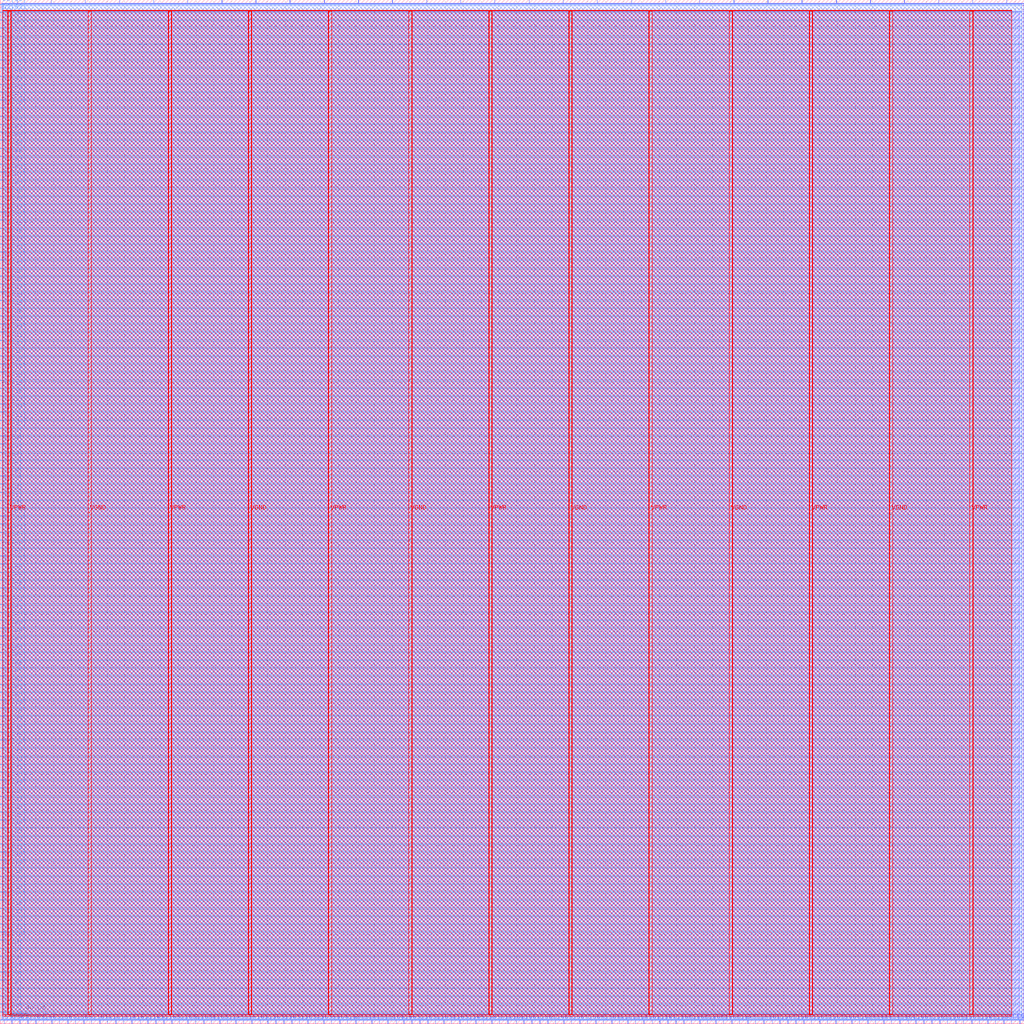
<source format=lef>
VERSION 5.7 ;
  NOWIREEXTENSIONATPIN ON ;
  DIVIDERCHAR "/" ;
  BUSBITCHARS "[]" ;
MACRO Microwatt_FP_DFFRFile
  CLASS BLOCK ;
  FOREIGN Microwatt_FP_DFFRFile ;
  ORIGIN 0.000 0.000 ;
  SIZE 1150.000 BY 1150.000 ;
  PIN CLK
    DIRECTION INPUT ;
    USE SIGNAL ;
    PORT
      LAYER met2 ;
        RECT 18.950 1146.000 19.230 1150.000 ;
    END
  END CLK
  PIN D1[0]
    DIRECTION OUTPUT TRISTATE ;
    USE SIGNAL ;
    PORT
      LAYER met3 ;
        RECT 0.000 4.120 4.000 4.720 ;
    END
  END D1[0]
  PIN D1[10]
    DIRECTION OUTPUT TRISTATE ;
    USE SIGNAL ;
    PORT
      LAYER met3 ;
        RECT 0.000 93.880 4.000 94.480 ;
    END
  END D1[10]
  PIN D1[11]
    DIRECTION OUTPUT TRISTATE ;
    USE SIGNAL ;
    PORT
      LAYER met3 ;
        RECT 0.000 102.720 4.000 103.320 ;
    END
  END D1[11]
  PIN D1[12]
    DIRECTION OUTPUT TRISTATE ;
    USE SIGNAL ;
    PORT
      LAYER met3 ;
        RECT 0.000 111.560 4.000 112.160 ;
    END
  END D1[12]
  PIN D1[13]
    DIRECTION OUTPUT TRISTATE ;
    USE SIGNAL ;
    PORT
      LAYER met3 ;
        RECT 0.000 120.400 4.000 121.000 ;
    END
  END D1[13]
  PIN D1[14]
    DIRECTION OUTPUT TRISTATE ;
    USE SIGNAL ;
    PORT
      LAYER met3 ;
        RECT 0.000 129.240 4.000 129.840 ;
    END
  END D1[14]
  PIN D1[15]
    DIRECTION OUTPUT TRISTATE ;
    USE SIGNAL ;
    PORT
      LAYER met3 ;
        RECT 0.000 138.760 4.000 139.360 ;
    END
  END D1[15]
  PIN D1[16]
    DIRECTION OUTPUT TRISTATE ;
    USE SIGNAL ;
    PORT
      LAYER met3 ;
        RECT 0.000 147.600 4.000 148.200 ;
    END
  END D1[16]
  PIN D1[17]
    DIRECTION OUTPUT TRISTATE ;
    USE SIGNAL ;
    PORT
      LAYER met3 ;
        RECT 0.000 156.440 4.000 157.040 ;
    END
  END D1[17]
  PIN D1[18]
    DIRECTION OUTPUT TRISTATE ;
    USE SIGNAL ;
    PORT
      LAYER met3 ;
        RECT 0.000 165.280 4.000 165.880 ;
    END
  END D1[18]
  PIN D1[19]
    DIRECTION OUTPUT TRISTATE ;
    USE SIGNAL ;
    PORT
      LAYER met3 ;
        RECT 0.000 174.800 4.000 175.400 ;
    END
  END D1[19]
  PIN D1[1]
    DIRECTION OUTPUT TRISTATE ;
    USE SIGNAL ;
    PORT
      LAYER met3 ;
        RECT 0.000 12.960 4.000 13.560 ;
    END
  END D1[1]
  PIN D1[20]
    DIRECTION OUTPUT TRISTATE ;
    USE SIGNAL ;
    PORT
      LAYER met3 ;
        RECT 0.000 183.640 4.000 184.240 ;
    END
  END D1[20]
  PIN D1[21]
    DIRECTION OUTPUT TRISTATE ;
    USE SIGNAL ;
    PORT
      LAYER met3 ;
        RECT 0.000 192.480 4.000 193.080 ;
    END
  END D1[21]
  PIN D1[22]
    DIRECTION OUTPUT TRISTATE ;
    USE SIGNAL ;
    PORT
      LAYER met3 ;
        RECT 0.000 201.320 4.000 201.920 ;
    END
  END D1[22]
  PIN D1[23]
    DIRECTION OUTPUT TRISTATE ;
    USE SIGNAL ;
    PORT
      LAYER met3 ;
        RECT 0.000 210.160 4.000 210.760 ;
    END
  END D1[23]
  PIN D1[24]
    DIRECTION OUTPUT TRISTATE ;
    USE SIGNAL ;
    PORT
      LAYER met3 ;
        RECT 0.000 219.680 4.000 220.280 ;
    END
  END D1[24]
  PIN D1[25]
    DIRECTION OUTPUT TRISTATE ;
    USE SIGNAL ;
    PORT
      LAYER met3 ;
        RECT 0.000 228.520 4.000 229.120 ;
    END
  END D1[25]
  PIN D1[26]
    DIRECTION OUTPUT TRISTATE ;
    USE SIGNAL ;
    PORT
      LAYER met3 ;
        RECT 0.000 237.360 4.000 237.960 ;
    END
  END D1[26]
  PIN D1[27]
    DIRECTION OUTPUT TRISTATE ;
    USE SIGNAL ;
    PORT
      LAYER met3 ;
        RECT 0.000 246.200 4.000 246.800 ;
    END
  END D1[27]
  PIN D1[28]
    DIRECTION OUTPUT TRISTATE ;
    USE SIGNAL ;
    PORT
      LAYER met3 ;
        RECT 0.000 255.040 4.000 255.640 ;
    END
  END D1[28]
  PIN D1[29]
    DIRECTION OUTPUT TRISTATE ;
    USE SIGNAL ;
    PORT
      LAYER met3 ;
        RECT 0.000 264.560 4.000 265.160 ;
    END
  END D1[29]
  PIN D1[2]
    DIRECTION OUTPUT TRISTATE ;
    USE SIGNAL ;
    PORT
      LAYER met3 ;
        RECT 0.000 21.800 4.000 22.400 ;
    END
  END D1[2]
  PIN D1[30]
    DIRECTION OUTPUT TRISTATE ;
    USE SIGNAL ;
    PORT
      LAYER met3 ;
        RECT 0.000 273.400 4.000 274.000 ;
    END
  END D1[30]
  PIN D1[31]
    DIRECTION OUTPUT TRISTATE ;
    USE SIGNAL ;
    PORT
      LAYER met3 ;
        RECT 0.000 282.240 4.000 282.840 ;
    END
  END D1[31]
  PIN D1[32]
    DIRECTION OUTPUT TRISTATE ;
    USE SIGNAL ;
    PORT
      LAYER met3 ;
        RECT 0.000 291.080 4.000 291.680 ;
    END
  END D1[32]
  PIN D1[33]
    DIRECTION OUTPUT TRISTATE ;
    USE SIGNAL ;
    PORT
      LAYER met3 ;
        RECT 0.000 299.920 4.000 300.520 ;
    END
  END D1[33]
  PIN D1[34]
    DIRECTION OUTPUT TRISTATE ;
    USE SIGNAL ;
    PORT
      LAYER met3 ;
        RECT 0.000 309.440 4.000 310.040 ;
    END
  END D1[34]
  PIN D1[35]
    DIRECTION OUTPUT TRISTATE ;
    USE SIGNAL ;
    PORT
      LAYER met3 ;
        RECT 0.000 318.280 4.000 318.880 ;
    END
  END D1[35]
  PIN D1[36]
    DIRECTION OUTPUT TRISTATE ;
    USE SIGNAL ;
    PORT
      LAYER met3 ;
        RECT 0.000 327.120 4.000 327.720 ;
    END
  END D1[36]
  PIN D1[37]
    DIRECTION OUTPUT TRISTATE ;
    USE SIGNAL ;
    PORT
      LAYER met3 ;
        RECT 0.000 335.960 4.000 336.560 ;
    END
  END D1[37]
  PIN D1[38]
    DIRECTION OUTPUT TRISTATE ;
    USE SIGNAL ;
    PORT
      LAYER met3 ;
        RECT 0.000 345.480 4.000 346.080 ;
    END
  END D1[38]
  PIN D1[39]
    DIRECTION OUTPUT TRISTATE ;
    USE SIGNAL ;
    PORT
      LAYER met3 ;
        RECT 0.000 354.320 4.000 354.920 ;
    END
  END D1[39]
  PIN D1[3]
    DIRECTION OUTPUT TRISTATE ;
    USE SIGNAL ;
    PORT
      LAYER met3 ;
        RECT 0.000 30.640 4.000 31.240 ;
    END
  END D1[3]
  PIN D1[40]
    DIRECTION OUTPUT TRISTATE ;
    USE SIGNAL ;
    PORT
      LAYER met3 ;
        RECT 0.000 363.160 4.000 363.760 ;
    END
  END D1[40]
  PIN D1[41]
    DIRECTION OUTPUT TRISTATE ;
    USE SIGNAL ;
    PORT
      LAYER met3 ;
        RECT 0.000 372.000 4.000 372.600 ;
    END
  END D1[41]
  PIN D1[42]
    DIRECTION OUTPUT TRISTATE ;
    USE SIGNAL ;
    PORT
      LAYER met3 ;
        RECT 0.000 380.840 4.000 381.440 ;
    END
  END D1[42]
  PIN D1[43]
    DIRECTION OUTPUT TRISTATE ;
    USE SIGNAL ;
    PORT
      LAYER met3 ;
        RECT 0.000 390.360 4.000 390.960 ;
    END
  END D1[43]
  PIN D1[44]
    DIRECTION OUTPUT TRISTATE ;
    USE SIGNAL ;
    PORT
      LAYER met3 ;
        RECT 0.000 399.200 4.000 399.800 ;
    END
  END D1[44]
  PIN D1[45]
    DIRECTION OUTPUT TRISTATE ;
    USE SIGNAL ;
    PORT
      LAYER met3 ;
        RECT 0.000 408.040 4.000 408.640 ;
    END
  END D1[45]
  PIN D1[46]
    DIRECTION OUTPUT TRISTATE ;
    USE SIGNAL ;
    PORT
      LAYER met3 ;
        RECT 0.000 416.880 4.000 417.480 ;
    END
  END D1[46]
  PIN D1[47]
    DIRECTION OUTPUT TRISTATE ;
    USE SIGNAL ;
    PORT
      LAYER met3 ;
        RECT 0.000 425.720 4.000 426.320 ;
    END
  END D1[47]
  PIN D1[48]
    DIRECTION OUTPUT TRISTATE ;
    USE SIGNAL ;
    PORT
      LAYER met3 ;
        RECT 0.000 435.240 4.000 435.840 ;
    END
  END D1[48]
  PIN D1[49]
    DIRECTION OUTPUT TRISTATE ;
    USE SIGNAL ;
    PORT
      LAYER met3 ;
        RECT 0.000 444.080 4.000 444.680 ;
    END
  END D1[49]
  PIN D1[4]
    DIRECTION OUTPUT TRISTATE ;
    USE SIGNAL ;
    PORT
      LAYER met3 ;
        RECT 0.000 39.480 4.000 40.080 ;
    END
  END D1[4]
  PIN D1[50]
    DIRECTION OUTPUT TRISTATE ;
    USE SIGNAL ;
    PORT
      LAYER met3 ;
        RECT 0.000 452.920 4.000 453.520 ;
    END
  END D1[50]
  PIN D1[51]
    DIRECTION OUTPUT TRISTATE ;
    USE SIGNAL ;
    PORT
      LAYER met3 ;
        RECT 0.000 461.760 4.000 462.360 ;
    END
  END D1[51]
  PIN D1[52]
    DIRECTION OUTPUT TRISTATE ;
    USE SIGNAL ;
    PORT
      LAYER met3 ;
        RECT 0.000 470.600 4.000 471.200 ;
    END
  END D1[52]
  PIN D1[53]
    DIRECTION OUTPUT TRISTATE ;
    USE SIGNAL ;
    PORT
      LAYER met3 ;
        RECT 0.000 480.120 4.000 480.720 ;
    END
  END D1[53]
  PIN D1[54]
    DIRECTION OUTPUT TRISTATE ;
    USE SIGNAL ;
    PORT
      LAYER met3 ;
        RECT 0.000 488.960 4.000 489.560 ;
    END
  END D1[54]
  PIN D1[55]
    DIRECTION OUTPUT TRISTATE ;
    USE SIGNAL ;
    PORT
      LAYER met3 ;
        RECT 0.000 497.800 4.000 498.400 ;
    END
  END D1[55]
  PIN D1[56]
    DIRECTION OUTPUT TRISTATE ;
    USE SIGNAL ;
    PORT
      LAYER met3 ;
        RECT 0.000 506.640 4.000 507.240 ;
    END
  END D1[56]
  PIN D1[57]
    DIRECTION OUTPUT TRISTATE ;
    USE SIGNAL ;
    PORT
      LAYER met3 ;
        RECT 0.000 516.160 4.000 516.760 ;
    END
  END D1[57]
  PIN D1[58]
    DIRECTION OUTPUT TRISTATE ;
    USE SIGNAL ;
    PORT
      LAYER met3 ;
        RECT 0.000 525.000 4.000 525.600 ;
    END
  END D1[58]
  PIN D1[59]
    DIRECTION OUTPUT TRISTATE ;
    USE SIGNAL ;
    PORT
      LAYER met3 ;
        RECT 0.000 533.840 4.000 534.440 ;
    END
  END D1[59]
  PIN D1[5]
    DIRECTION OUTPUT TRISTATE ;
    USE SIGNAL ;
    PORT
      LAYER met3 ;
        RECT 0.000 49.000 4.000 49.600 ;
    END
  END D1[5]
  PIN D1[60]
    DIRECTION OUTPUT TRISTATE ;
    USE SIGNAL ;
    PORT
      LAYER met3 ;
        RECT 0.000 542.680 4.000 543.280 ;
    END
  END D1[60]
  PIN D1[61]
    DIRECTION OUTPUT TRISTATE ;
    USE SIGNAL ;
    PORT
      LAYER met3 ;
        RECT 0.000 551.520 4.000 552.120 ;
    END
  END D1[61]
  PIN D1[62]
    DIRECTION OUTPUT TRISTATE ;
    USE SIGNAL ;
    PORT
      LAYER met3 ;
        RECT 0.000 561.040 4.000 561.640 ;
    END
  END D1[62]
  PIN D1[63]
    DIRECTION OUTPUT TRISTATE ;
    USE SIGNAL ;
    PORT
      LAYER met3 ;
        RECT 0.000 569.880 4.000 570.480 ;
    END
  END D1[63]
  PIN D1[6]
    DIRECTION OUTPUT TRISTATE ;
    USE SIGNAL ;
    PORT
      LAYER met3 ;
        RECT 0.000 57.840 4.000 58.440 ;
    END
  END D1[6]
  PIN D1[7]
    DIRECTION OUTPUT TRISTATE ;
    USE SIGNAL ;
    PORT
      LAYER met3 ;
        RECT 0.000 66.680 4.000 67.280 ;
    END
  END D1[7]
  PIN D1[8]
    DIRECTION OUTPUT TRISTATE ;
    USE SIGNAL ;
    PORT
      LAYER met3 ;
        RECT 0.000 75.520 4.000 76.120 ;
    END
  END D1[8]
  PIN D1[9]
    DIRECTION OUTPUT TRISTATE ;
    USE SIGNAL ;
    PORT
      LAYER met3 ;
        RECT 0.000 84.360 4.000 84.960 ;
    END
  END D1[9]
  PIN D2[0]
    DIRECTION OUTPUT TRISTATE ;
    USE SIGNAL ;
    PORT
      LAYER met3 ;
        RECT 0.000 578.720 4.000 579.320 ;
    END
  END D2[0]
  PIN D2[10]
    DIRECTION OUTPUT TRISTATE ;
    USE SIGNAL ;
    PORT
      LAYER met3 ;
        RECT 0.000 668.480 4.000 669.080 ;
    END
  END D2[10]
  PIN D2[11]
    DIRECTION OUTPUT TRISTATE ;
    USE SIGNAL ;
    PORT
      LAYER met3 ;
        RECT 0.000 677.320 4.000 677.920 ;
    END
  END D2[11]
  PIN D2[12]
    DIRECTION OUTPUT TRISTATE ;
    USE SIGNAL ;
    PORT
      LAYER met3 ;
        RECT 0.000 686.840 4.000 687.440 ;
    END
  END D2[12]
  PIN D2[13]
    DIRECTION OUTPUT TRISTATE ;
    USE SIGNAL ;
    PORT
      LAYER met3 ;
        RECT 0.000 695.680 4.000 696.280 ;
    END
  END D2[13]
  PIN D2[14]
    DIRECTION OUTPUT TRISTATE ;
    USE SIGNAL ;
    PORT
      LAYER met3 ;
        RECT 0.000 704.520 4.000 705.120 ;
    END
  END D2[14]
  PIN D2[15]
    DIRECTION OUTPUT TRISTATE ;
    USE SIGNAL ;
    PORT
      LAYER met3 ;
        RECT 0.000 713.360 4.000 713.960 ;
    END
  END D2[15]
  PIN D2[16]
    DIRECTION OUTPUT TRISTATE ;
    USE SIGNAL ;
    PORT
      LAYER met3 ;
        RECT 0.000 722.200 4.000 722.800 ;
    END
  END D2[16]
  PIN D2[17]
    DIRECTION OUTPUT TRISTATE ;
    USE SIGNAL ;
    PORT
      LAYER met3 ;
        RECT 0.000 731.720 4.000 732.320 ;
    END
  END D2[17]
  PIN D2[18]
    DIRECTION OUTPUT TRISTATE ;
    USE SIGNAL ;
    PORT
      LAYER met3 ;
        RECT 0.000 740.560 4.000 741.160 ;
    END
  END D2[18]
  PIN D2[19]
    DIRECTION OUTPUT TRISTATE ;
    USE SIGNAL ;
    PORT
      LAYER met3 ;
        RECT 0.000 749.400 4.000 750.000 ;
    END
  END D2[19]
  PIN D2[1]
    DIRECTION OUTPUT TRISTATE ;
    USE SIGNAL ;
    PORT
      LAYER met3 ;
        RECT 0.000 587.560 4.000 588.160 ;
    END
  END D2[1]
  PIN D2[20]
    DIRECTION OUTPUT TRISTATE ;
    USE SIGNAL ;
    PORT
      LAYER met3 ;
        RECT 0.000 758.240 4.000 758.840 ;
    END
  END D2[20]
  PIN D2[21]
    DIRECTION OUTPUT TRISTATE ;
    USE SIGNAL ;
    PORT
      LAYER met3 ;
        RECT 0.000 767.080 4.000 767.680 ;
    END
  END D2[21]
  PIN D2[22]
    DIRECTION OUTPUT TRISTATE ;
    USE SIGNAL ;
    PORT
      LAYER met3 ;
        RECT 0.000 776.600 4.000 777.200 ;
    END
  END D2[22]
  PIN D2[23]
    DIRECTION OUTPUT TRISTATE ;
    USE SIGNAL ;
    PORT
      LAYER met3 ;
        RECT 0.000 785.440 4.000 786.040 ;
    END
  END D2[23]
  PIN D2[24]
    DIRECTION OUTPUT TRISTATE ;
    USE SIGNAL ;
    PORT
      LAYER met3 ;
        RECT 0.000 794.280 4.000 794.880 ;
    END
  END D2[24]
  PIN D2[25]
    DIRECTION OUTPUT TRISTATE ;
    USE SIGNAL ;
    PORT
      LAYER met3 ;
        RECT 0.000 803.120 4.000 803.720 ;
    END
  END D2[25]
  PIN D2[26]
    DIRECTION OUTPUT TRISTATE ;
    USE SIGNAL ;
    PORT
      LAYER met3 ;
        RECT 0.000 811.960 4.000 812.560 ;
    END
  END D2[26]
  PIN D2[27]
    DIRECTION OUTPUT TRISTATE ;
    USE SIGNAL ;
    PORT
      LAYER met3 ;
        RECT 0.000 821.480 4.000 822.080 ;
    END
  END D2[27]
  PIN D2[28]
    DIRECTION OUTPUT TRISTATE ;
    USE SIGNAL ;
    PORT
      LAYER met3 ;
        RECT 0.000 830.320 4.000 830.920 ;
    END
  END D2[28]
  PIN D2[29]
    DIRECTION OUTPUT TRISTATE ;
    USE SIGNAL ;
    PORT
      LAYER met3 ;
        RECT 0.000 839.160 4.000 839.760 ;
    END
  END D2[29]
  PIN D2[2]
    DIRECTION OUTPUT TRISTATE ;
    USE SIGNAL ;
    PORT
      LAYER met3 ;
        RECT 0.000 596.400 4.000 597.000 ;
    END
  END D2[2]
  PIN D2[30]
    DIRECTION OUTPUT TRISTATE ;
    USE SIGNAL ;
    PORT
      LAYER met3 ;
        RECT 0.000 848.000 4.000 848.600 ;
    END
  END D2[30]
  PIN D2[31]
    DIRECTION OUTPUT TRISTATE ;
    USE SIGNAL ;
    PORT
      LAYER met3 ;
        RECT 0.000 857.520 4.000 858.120 ;
    END
  END D2[31]
  PIN D2[32]
    DIRECTION OUTPUT TRISTATE ;
    USE SIGNAL ;
    PORT
      LAYER met3 ;
        RECT 0.000 866.360 4.000 866.960 ;
    END
  END D2[32]
  PIN D2[33]
    DIRECTION OUTPUT TRISTATE ;
    USE SIGNAL ;
    PORT
      LAYER met3 ;
        RECT 0.000 875.200 4.000 875.800 ;
    END
  END D2[33]
  PIN D2[34]
    DIRECTION OUTPUT TRISTATE ;
    USE SIGNAL ;
    PORT
      LAYER met3 ;
        RECT 0.000 884.040 4.000 884.640 ;
    END
  END D2[34]
  PIN D2[35]
    DIRECTION OUTPUT TRISTATE ;
    USE SIGNAL ;
    PORT
      LAYER met3 ;
        RECT 0.000 892.880 4.000 893.480 ;
    END
  END D2[35]
  PIN D2[36]
    DIRECTION OUTPUT TRISTATE ;
    USE SIGNAL ;
    PORT
      LAYER met3 ;
        RECT 0.000 902.400 4.000 903.000 ;
    END
  END D2[36]
  PIN D2[37]
    DIRECTION OUTPUT TRISTATE ;
    USE SIGNAL ;
    PORT
      LAYER met3 ;
        RECT 0.000 911.240 4.000 911.840 ;
    END
  END D2[37]
  PIN D2[38]
    DIRECTION OUTPUT TRISTATE ;
    USE SIGNAL ;
    PORT
      LAYER met3 ;
        RECT 0.000 920.080 4.000 920.680 ;
    END
  END D2[38]
  PIN D2[39]
    DIRECTION OUTPUT TRISTATE ;
    USE SIGNAL ;
    PORT
      LAYER met3 ;
        RECT 0.000 928.920 4.000 929.520 ;
    END
  END D2[39]
  PIN D2[3]
    DIRECTION OUTPUT TRISTATE ;
    USE SIGNAL ;
    PORT
      LAYER met3 ;
        RECT 0.000 605.920 4.000 606.520 ;
    END
  END D2[3]
  PIN D2[40]
    DIRECTION OUTPUT TRISTATE ;
    USE SIGNAL ;
    PORT
      LAYER met3 ;
        RECT 0.000 937.760 4.000 938.360 ;
    END
  END D2[40]
  PIN D2[41]
    DIRECTION OUTPUT TRISTATE ;
    USE SIGNAL ;
    PORT
      LAYER met3 ;
        RECT 0.000 947.280 4.000 947.880 ;
    END
  END D2[41]
  PIN D2[42]
    DIRECTION OUTPUT TRISTATE ;
    USE SIGNAL ;
    PORT
      LAYER met3 ;
        RECT 0.000 956.120 4.000 956.720 ;
    END
  END D2[42]
  PIN D2[43]
    DIRECTION OUTPUT TRISTATE ;
    USE SIGNAL ;
    PORT
      LAYER met3 ;
        RECT 0.000 964.960 4.000 965.560 ;
    END
  END D2[43]
  PIN D2[44]
    DIRECTION OUTPUT TRISTATE ;
    USE SIGNAL ;
    PORT
      LAYER met3 ;
        RECT 0.000 973.800 4.000 974.400 ;
    END
  END D2[44]
  PIN D2[45]
    DIRECTION OUTPUT TRISTATE ;
    USE SIGNAL ;
    PORT
      LAYER met3 ;
        RECT 0.000 982.640 4.000 983.240 ;
    END
  END D2[45]
  PIN D2[46]
    DIRECTION OUTPUT TRISTATE ;
    USE SIGNAL ;
    PORT
      LAYER met3 ;
        RECT 0.000 992.160 4.000 992.760 ;
    END
  END D2[46]
  PIN D2[47]
    DIRECTION OUTPUT TRISTATE ;
    USE SIGNAL ;
    PORT
      LAYER met3 ;
        RECT 0.000 1001.000 4.000 1001.600 ;
    END
  END D2[47]
  PIN D2[48]
    DIRECTION OUTPUT TRISTATE ;
    USE SIGNAL ;
    PORT
      LAYER met3 ;
        RECT 0.000 1009.840 4.000 1010.440 ;
    END
  END D2[48]
  PIN D2[49]
    DIRECTION OUTPUT TRISTATE ;
    USE SIGNAL ;
    PORT
      LAYER met3 ;
        RECT 0.000 1018.680 4.000 1019.280 ;
    END
  END D2[49]
  PIN D2[4]
    DIRECTION OUTPUT TRISTATE ;
    USE SIGNAL ;
    PORT
      LAYER met3 ;
        RECT 0.000 614.760 4.000 615.360 ;
    END
  END D2[4]
  PIN D2[50]
    DIRECTION OUTPUT TRISTATE ;
    USE SIGNAL ;
    PORT
      LAYER met3 ;
        RECT 0.000 1028.200 4.000 1028.800 ;
    END
  END D2[50]
  PIN D2[51]
    DIRECTION OUTPUT TRISTATE ;
    USE SIGNAL ;
    PORT
      LAYER met3 ;
        RECT 0.000 1037.040 4.000 1037.640 ;
    END
  END D2[51]
  PIN D2[52]
    DIRECTION OUTPUT TRISTATE ;
    USE SIGNAL ;
    PORT
      LAYER met3 ;
        RECT 0.000 1045.880 4.000 1046.480 ;
    END
  END D2[52]
  PIN D2[53]
    DIRECTION OUTPUT TRISTATE ;
    USE SIGNAL ;
    PORT
      LAYER met3 ;
        RECT 0.000 1054.720 4.000 1055.320 ;
    END
  END D2[53]
  PIN D2[54]
    DIRECTION OUTPUT TRISTATE ;
    USE SIGNAL ;
    PORT
      LAYER met3 ;
        RECT 0.000 1063.560 4.000 1064.160 ;
    END
  END D2[54]
  PIN D2[55]
    DIRECTION OUTPUT TRISTATE ;
    USE SIGNAL ;
    PORT
      LAYER met3 ;
        RECT 0.000 1073.080 4.000 1073.680 ;
    END
  END D2[55]
  PIN D2[56]
    DIRECTION OUTPUT TRISTATE ;
    USE SIGNAL ;
    PORT
      LAYER met3 ;
        RECT 0.000 1081.920 4.000 1082.520 ;
    END
  END D2[56]
  PIN D2[57]
    DIRECTION OUTPUT TRISTATE ;
    USE SIGNAL ;
    PORT
      LAYER met3 ;
        RECT 0.000 1090.760 4.000 1091.360 ;
    END
  END D2[57]
  PIN D2[58]
    DIRECTION OUTPUT TRISTATE ;
    USE SIGNAL ;
    PORT
      LAYER met3 ;
        RECT 0.000 1099.600 4.000 1100.200 ;
    END
  END D2[58]
  PIN D2[59]
    DIRECTION OUTPUT TRISTATE ;
    USE SIGNAL ;
    PORT
      LAYER met3 ;
        RECT 0.000 1108.440 4.000 1109.040 ;
    END
  END D2[59]
  PIN D2[5]
    DIRECTION OUTPUT TRISTATE ;
    USE SIGNAL ;
    PORT
      LAYER met3 ;
        RECT 0.000 623.600 4.000 624.200 ;
    END
  END D2[5]
  PIN D2[60]
    DIRECTION OUTPUT TRISTATE ;
    USE SIGNAL ;
    PORT
      LAYER met3 ;
        RECT 0.000 1117.960 4.000 1118.560 ;
    END
  END D2[60]
  PIN D2[61]
    DIRECTION OUTPUT TRISTATE ;
    USE SIGNAL ;
    PORT
      LAYER met3 ;
        RECT 0.000 1126.800 4.000 1127.400 ;
    END
  END D2[61]
  PIN D2[62]
    DIRECTION OUTPUT TRISTATE ;
    USE SIGNAL ;
    PORT
      LAYER met3 ;
        RECT 0.000 1135.640 4.000 1136.240 ;
    END
  END D2[62]
  PIN D2[63]
    DIRECTION OUTPUT TRISTATE ;
    USE SIGNAL ;
    PORT
      LAYER met3 ;
        RECT 0.000 1144.480 4.000 1145.080 ;
    END
  END D2[63]
  PIN D2[6]
    DIRECTION OUTPUT TRISTATE ;
    USE SIGNAL ;
    PORT
      LAYER met3 ;
        RECT 0.000 632.440 4.000 633.040 ;
    END
  END D2[6]
  PIN D2[7]
    DIRECTION OUTPUT TRISTATE ;
    USE SIGNAL ;
    PORT
      LAYER met3 ;
        RECT 0.000 641.280 4.000 641.880 ;
    END
  END D2[7]
  PIN D2[8]
    DIRECTION OUTPUT TRISTATE ;
    USE SIGNAL ;
    PORT
      LAYER met3 ;
        RECT 0.000 650.800 4.000 651.400 ;
    END
  END D2[8]
  PIN D2[9]
    DIRECTION OUTPUT TRISTATE ;
    USE SIGNAL ;
    PORT
      LAYER met3 ;
        RECT 0.000 659.640 4.000 660.240 ;
    END
  END D2[9]
  PIN D3[0]
    DIRECTION OUTPUT TRISTATE ;
    USE SIGNAL ;
    PORT
      LAYER met2 ;
        RECT 4.230 0.000 4.510 4.000 ;
    END
  END D3[0]
  PIN D3[10]
    DIRECTION OUTPUT TRISTATE ;
    USE SIGNAL ;
    PORT
      LAYER met2 ;
        RECT 93.930 0.000 94.210 4.000 ;
    END
  END D3[10]
  PIN D3[11]
    DIRECTION OUTPUT TRISTATE ;
    USE SIGNAL ;
    PORT
      LAYER met2 ;
        RECT 102.670 0.000 102.950 4.000 ;
    END
  END D3[11]
  PIN D3[12]
    DIRECTION OUTPUT TRISTATE ;
    USE SIGNAL ;
    PORT
      LAYER met2 ;
        RECT 111.870 0.000 112.150 4.000 ;
    END
  END D3[12]
  PIN D3[13]
    DIRECTION OUTPUT TRISTATE ;
    USE SIGNAL ;
    PORT
      LAYER met2 ;
        RECT 120.610 0.000 120.890 4.000 ;
    END
  END D3[13]
  PIN D3[14]
    DIRECTION OUTPUT TRISTATE ;
    USE SIGNAL ;
    PORT
      LAYER met2 ;
        RECT 129.810 0.000 130.090 4.000 ;
    END
  END D3[14]
  PIN D3[15]
    DIRECTION OUTPUT TRISTATE ;
    USE SIGNAL ;
    PORT
      LAYER met2 ;
        RECT 138.550 0.000 138.830 4.000 ;
    END
  END D3[15]
  PIN D3[16]
    DIRECTION OUTPUT TRISTATE ;
    USE SIGNAL ;
    PORT
      LAYER met2 ;
        RECT 147.750 0.000 148.030 4.000 ;
    END
  END D3[16]
  PIN D3[17]
    DIRECTION OUTPUT TRISTATE ;
    USE SIGNAL ;
    PORT
      LAYER met2 ;
        RECT 156.950 0.000 157.230 4.000 ;
    END
  END D3[17]
  PIN D3[18]
    DIRECTION OUTPUT TRISTATE ;
    USE SIGNAL ;
    PORT
      LAYER met2 ;
        RECT 165.690 0.000 165.970 4.000 ;
    END
  END D3[18]
  PIN D3[19]
    DIRECTION OUTPUT TRISTATE ;
    USE SIGNAL ;
    PORT
      LAYER met2 ;
        RECT 174.890 0.000 175.170 4.000 ;
    END
  END D3[19]
  PIN D3[1]
    DIRECTION OUTPUT TRISTATE ;
    USE SIGNAL ;
    PORT
      LAYER met2 ;
        RECT 12.970 0.000 13.250 4.000 ;
    END
  END D3[1]
  PIN D3[20]
    DIRECTION OUTPUT TRISTATE ;
    USE SIGNAL ;
    PORT
      LAYER met2 ;
        RECT 183.630 0.000 183.910 4.000 ;
    END
  END D3[20]
  PIN D3[21]
    DIRECTION OUTPUT TRISTATE ;
    USE SIGNAL ;
    PORT
      LAYER met2 ;
        RECT 192.830 0.000 193.110 4.000 ;
    END
  END D3[21]
  PIN D3[22]
    DIRECTION OUTPUT TRISTATE ;
    USE SIGNAL ;
    PORT
      LAYER met2 ;
        RECT 201.570 0.000 201.850 4.000 ;
    END
  END D3[22]
  PIN D3[23]
    DIRECTION OUTPUT TRISTATE ;
    USE SIGNAL ;
    PORT
      LAYER met2 ;
        RECT 210.770 0.000 211.050 4.000 ;
    END
  END D3[23]
  PIN D3[24]
    DIRECTION OUTPUT TRISTATE ;
    USE SIGNAL ;
    PORT
      LAYER met2 ;
        RECT 219.510 0.000 219.790 4.000 ;
    END
  END D3[24]
  PIN D3[25]
    DIRECTION OUTPUT TRISTATE ;
    USE SIGNAL ;
    PORT
      LAYER met2 ;
        RECT 228.710 0.000 228.990 4.000 ;
    END
  END D3[25]
  PIN D3[26]
    DIRECTION OUTPUT TRISTATE ;
    USE SIGNAL ;
    PORT
      LAYER met2 ;
        RECT 237.450 0.000 237.730 4.000 ;
    END
  END D3[26]
  PIN D3[27]
    DIRECTION OUTPUT TRISTATE ;
    USE SIGNAL ;
    PORT
      LAYER met2 ;
        RECT 246.650 0.000 246.930 4.000 ;
    END
  END D3[27]
  PIN D3[28]
    DIRECTION OUTPUT TRISTATE ;
    USE SIGNAL ;
    PORT
      LAYER met2 ;
        RECT 255.390 0.000 255.670 4.000 ;
    END
  END D3[28]
  PIN D3[29]
    DIRECTION OUTPUT TRISTATE ;
    USE SIGNAL ;
    PORT
      LAYER met2 ;
        RECT 264.590 0.000 264.870 4.000 ;
    END
  END D3[29]
  PIN D3[2]
    DIRECTION OUTPUT TRISTATE ;
    USE SIGNAL ;
    PORT
      LAYER met2 ;
        RECT 22.170 0.000 22.450 4.000 ;
    END
  END D3[2]
  PIN D3[30]
    DIRECTION OUTPUT TRISTATE ;
    USE SIGNAL ;
    PORT
      LAYER met2 ;
        RECT 273.330 0.000 273.610 4.000 ;
    END
  END D3[30]
  PIN D3[31]
    DIRECTION OUTPUT TRISTATE ;
    USE SIGNAL ;
    PORT
      LAYER met2 ;
        RECT 282.530 0.000 282.810 4.000 ;
    END
  END D3[31]
  PIN D3[32]
    DIRECTION OUTPUT TRISTATE ;
    USE SIGNAL ;
    PORT
      LAYER met2 ;
        RECT 291.730 0.000 292.010 4.000 ;
    END
  END D3[32]
  PIN D3[33]
    DIRECTION OUTPUT TRISTATE ;
    USE SIGNAL ;
    PORT
      LAYER met2 ;
        RECT 300.470 0.000 300.750 4.000 ;
    END
  END D3[33]
  PIN D3[34]
    DIRECTION OUTPUT TRISTATE ;
    USE SIGNAL ;
    PORT
      LAYER met2 ;
        RECT 309.670 0.000 309.950 4.000 ;
    END
  END D3[34]
  PIN D3[35]
    DIRECTION OUTPUT TRISTATE ;
    USE SIGNAL ;
    PORT
      LAYER met2 ;
        RECT 318.410 0.000 318.690 4.000 ;
    END
  END D3[35]
  PIN D3[36]
    DIRECTION OUTPUT TRISTATE ;
    USE SIGNAL ;
    PORT
      LAYER met2 ;
        RECT 327.610 0.000 327.890 4.000 ;
    END
  END D3[36]
  PIN D3[37]
    DIRECTION OUTPUT TRISTATE ;
    USE SIGNAL ;
    PORT
      LAYER met2 ;
        RECT 336.350 0.000 336.630 4.000 ;
    END
  END D3[37]
  PIN D3[38]
    DIRECTION OUTPUT TRISTATE ;
    USE SIGNAL ;
    PORT
      LAYER met2 ;
        RECT 345.550 0.000 345.830 4.000 ;
    END
  END D3[38]
  PIN D3[39]
    DIRECTION OUTPUT TRISTATE ;
    USE SIGNAL ;
    PORT
      LAYER met2 ;
        RECT 354.290 0.000 354.570 4.000 ;
    END
  END D3[39]
  PIN D3[3]
    DIRECTION OUTPUT TRISTATE ;
    USE SIGNAL ;
    PORT
      LAYER met2 ;
        RECT 30.910 0.000 31.190 4.000 ;
    END
  END D3[3]
  PIN D3[40]
    DIRECTION OUTPUT TRISTATE ;
    USE SIGNAL ;
    PORT
      LAYER met2 ;
        RECT 363.490 0.000 363.770 4.000 ;
    END
  END D3[40]
  PIN D3[41]
    DIRECTION OUTPUT TRISTATE ;
    USE SIGNAL ;
    PORT
      LAYER met2 ;
        RECT 372.230 0.000 372.510 4.000 ;
    END
  END D3[41]
  PIN D3[42]
    DIRECTION OUTPUT TRISTATE ;
    USE SIGNAL ;
    PORT
      LAYER met2 ;
        RECT 381.430 0.000 381.710 4.000 ;
    END
  END D3[42]
  PIN D3[43]
    DIRECTION OUTPUT TRISTATE ;
    USE SIGNAL ;
    PORT
      LAYER met2 ;
        RECT 390.170 0.000 390.450 4.000 ;
    END
  END D3[43]
  PIN D3[44]
    DIRECTION OUTPUT TRISTATE ;
    USE SIGNAL ;
    PORT
      LAYER met2 ;
        RECT 399.370 0.000 399.650 4.000 ;
    END
  END D3[44]
  PIN D3[45]
    DIRECTION OUTPUT TRISTATE ;
    USE SIGNAL ;
    PORT
      LAYER met2 ;
        RECT 408.110 0.000 408.390 4.000 ;
    END
  END D3[45]
  PIN D3[46]
    DIRECTION OUTPUT TRISTATE ;
    USE SIGNAL ;
    PORT
      LAYER met2 ;
        RECT 417.310 0.000 417.590 4.000 ;
    END
  END D3[46]
  PIN D3[47]
    DIRECTION OUTPUT TRISTATE ;
    USE SIGNAL ;
    PORT
      LAYER met2 ;
        RECT 426.050 0.000 426.330 4.000 ;
    END
  END D3[47]
  PIN D3[48]
    DIRECTION OUTPUT TRISTATE ;
    USE SIGNAL ;
    PORT
      LAYER met2 ;
        RECT 435.250 0.000 435.530 4.000 ;
    END
  END D3[48]
  PIN D3[49]
    DIRECTION OUTPUT TRISTATE ;
    USE SIGNAL ;
    PORT
      LAYER met2 ;
        RECT 444.450 0.000 444.730 4.000 ;
    END
  END D3[49]
  PIN D3[4]
    DIRECTION OUTPUT TRISTATE ;
    USE SIGNAL ;
    PORT
      LAYER met2 ;
        RECT 40.110 0.000 40.390 4.000 ;
    END
  END D3[4]
  PIN D3[50]
    DIRECTION OUTPUT TRISTATE ;
    USE SIGNAL ;
    PORT
      LAYER met2 ;
        RECT 453.190 0.000 453.470 4.000 ;
    END
  END D3[50]
  PIN D3[51]
    DIRECTION OUTPUT TRISTATE ;
    USE SIGNAL ;
    PORT
      LAYER met2 ;
        RECT 462.390 0.000 462.670 4.000 ;
    END
  END D3[51]
  PIN D3[52]
    DIRECTION OUTPUT TRISTATE ;
    USE SIGNAL ;
    PORT
      LAYER met2 ;
        RECT 471.130 0.000 471.410 4.000 ;
    END
  END D3[52]
  PIN D3[53]
    DIRECTION OUTPUT TRISTATE ;
    USE SIGNAL ;
    PORT
      LAYER met2 ;
        RECT 480.330 0.000 480.610 4.000 ;
    END
  END D3[53]
  PIN D3[54]
    DIRECTION OUTPUT TRISTATE ;
    USE SIGNAL ;
    PORT
      LAYER met2 ;
        RECT 489.070 0.000 489.350 4.000 ;
    END
  END D3[54]
  PIN D3[55]
    DIRECTION OUTPUT TRISTATE ;
    USE SIGNAL ;
    PORT
      LAYER met2 ;
        RECT 498.270 0.000 498.550 4.000 ;
    END
  END D3[55]
  PIN D3[56]
    DIRECTION OUTPUT TRISTATE ;
    USE SIGNAL ;
    PORT
      LAYER met2 ;
        RECT 507.010 0.000 507.290 4.000 ;
    END
  END D3[56]
  PIN D3[57]
    DIRECTION OUTPUT TRISTATE ;
    USE SIGNAL ;
    PORT
      LAYER met2 ;
        RECT 516.210 0.000 516.490 4.000 ;
    END
  END D3[57]
  PIN D3[58]
    DIRECTION OUTPUT TRISTATE ;
    USE SIGNAL ;
    PORT
      LAYER met2 ;
        RECT 524.950 0.000 525.230 4.000 ;
    END
  END D3[58]
  PIN D3[59]
    DIRECTION OUTPUT TRISTATE ;
    USE SIGNAL ;
    PORT
      LAYER met2 ;
        RECT 534.150 0.000 534.430 4.000 ;
    END
  END D3[59]
  PIN D3[5]
    DIRECTION OUTPUT TRISTATE ;
    USE SIGNAL ;
    PORT
      LAYER met2 ;
        RECT 48.850 0.000 49.130 4.000 ;
    END
  END D3[5]
  PIN D3[60]
    DIRECTION OUTPUT TRISTATE ;
    USE SIGNAL ;
    PORT
      LAYER met2 ;
        RECT 542.890 0.000 543.170 4.000 ;
    END
  END D3[60]
  PIN D3[61]
    DIRECTION OUTPUT TRISTATE ;
    USE SIGNAL ;
    PORT
      LAYER met2 ;
        RECT 552.090 0.000 552.370 4.000 ;
    END
  END D3[61]
  PIN D3[62]
    DIRECTION OUTPUT TRISTATE ;
    USE SIGNAL ;
    PORT
      LAYER met2 ;
        RECT 560.830 0.000 561.110 4.000 ;
    END
  END D3[62]
  PIN D3[63]
    DIRECTION OUTPUT TRISTATE ;
    USE SIGNAL ;
    PORT
      LAYER met2 ;
        RECT 570.030 0.000 570.310 4.000 ;
    END
  END D3[63]
  PIN D3[6]
    DIRECTION OUTPUT TRISTATE ;
    USE SIGNAL ;
    PORT
      LAYER met2 ;
        RECT 58.050 0.000 58.330 4.000 ;
    END
  END D3[6]
  PIN D3[7]
    DIRECTION OUTPUT TRISTATE ;
    USE SIGNAL ;
    PORT
      LAYER met2 ;
        RECT 66.790 0.000 67.070 4.000 ;
    END
  END D3[7]
  PIN D3[8]
    DIRECTION OUTPUT TRISTATE ;
    USE SIGNAL ;
    PORT
      LAYER met2 ;
        RECT 75.990 0.000 76.270 4.000 ;
    END
  END D3[8]
  PIN D3[9]
    DIRECTION OUTPUT TRISTATE ;
    USE SIGNAL ;
    PORT
      LAYER met2 ;
        RECT 84.730 0.000 85.010 4.000 ;
    END
  END D3[9]
  PIN DW[0]
    DIRECTION INPUT ;
    USE SIGNAL ;
    PORT
      LAYER met2 ;
        RECT 579.230 0.000 579.510 4.000 ;
    END
  END DW[0]
  PIN DW[10]
    DIRECTION INPUT ;
    USE SIGNAL ;
    PORT
      LAYER met2 ;
        RECT 668.930 0.000 669.210 4.000 ;
    END
  END DW[10]
  PIN DW[11]
    DIRECTION INPUT ;
    USE SIGNAL ;
    PORT
      LAYER met2 ;
        RECT 677.670 0.000 677.950 4.000 ;
    END
  END DW[11]
  PIN DW[12]
    DIRECTION INPUT ;
    USE SIGNAL ;
    PORT
      LAYER met2 ;
        RECT 686.870 0.000 687.150 4.000 ;
    END
  END DW[12]
  PIN DW[13]
    DIRECTION INPUT ;
    USE SIGNAL ;
    PORT
      LAYER met2 ;
        RECT 695.610 0.000 695.890 4.000 ;
    END
  END DW[13]
  PIN DW[14]
    DIRECTION INPUT ;
    USE SIGNAL ;
    PORT
      LAYER met2 ;
        RECT 704.810 0.000 705.090 4.000 ;
    END
  END DW[14]
  PIN DW[15]
    DIRECTION INPUT ;
    USE SIGNAL ;
    PORT
      LAYER met2 ;
        RECT 713.550 0.000 713.830 4.000 ;
    END
  END DW[15]
  PIN DW[16]
    DIRECTION INPUT ;
    USE SIGNAL ;
    PORT
      LAYER met2 ;
        RECT 722.750 0.000 723.030 4.000 ;
    END
  END DW[16]
  PIN DW[17]
    DIRECTION INPUT ;
    USE SIGNAL ;
    PORT
      LAYER met2 ;
        RECT 731.950 0.000 732.230 4.000 ;
    END
  END DW[17]
  PIN DW[18]
    DIRECTION INPUT ;
    USE SIGNAL ;
    PORT
      LAYER met2 ;
        RECT 740.690 0.000 740.970 4.000 ;
    END
  END DW[18]
  PIN DW[19]
    DIRECTION INPUT ;
    USE SIGNAL ;
    PORT
      LAYER met2 ;
        RECT 749.890 0.000 750.170 4.000 ;
    END
  END DW[19]
  PIN DW[1]
    DIRECTION INPUT ;
    USE SIGNAL ;
    PORT
      LAYER met2 ;
        RECT 587.970 0.000 588.250 4.000 ;
    END
  END DW[1]
  PIN DW[20]
    DIRECTION INPUT ;
    USE SIGNAL ;
    PORT
      LAYER met2 ;
        RECT 758.630 0.000 758.910 4.000 ;
    END
  END DW[20]
  PIN DW[21]
    DIRECTION INPUT ;
    USE SIGNAL ;
    PORT
      LAYER met2 ;
        RECT 767.830 0.000 768.110 4.000 ;
    END
  END DW[21]
  PIN DW[22]
    DIRECTION INPUT ;
    USE SIGNAL ;
    PORT
      LAYER met2 ;
        RECT 776.570 0.000 776.850 4.000 ;
    END
  END DW[22]
  PIN DW[23]
    DIRECTION INPUT ;
    USE SIGNAL ;
    PORT
      LAYER met2 ;
        RECT 785.770 0.000 786.050 4.000 ;
    END
  END DW[23]
  PIN DW[24]
    DIRECTION INPUT ;
    USE SIGNAL ;
    PORT
      LAYER met2 ;
        RECT 794.510 0.000 794.790 4.000 ;
    END
  END DW[24]
  PIN DW[25]
    DIRECTION INPUT ;
    USE SIGNAL ;
    PORT
      LAYER met2 ;
        RECT 803.710 0.000 803.990 4.000 ;
    END
  END DW[25]
  PIN DW[26]
    DIRECTION INPUT ;
    USE SIGNAL ;
    PORT
      LAYER met2 ;
        RECT 812.450 0.000 812.730 4.000 ;
    END
  END DW[26]
  PIN DW[27]
    DIRECTION INPUT ;
    USE SIGNAL ;
    PORT
      LAYER met2 ;
        RECT 821.650 0.000 821.930 4.000 ;
    END
  END DW[27]
  PIN DW[28]
    DIRECTION INPUT ;
    USE SIGNAL ;
    PORT
      LAYER met2 ;
        RECT 830.390 0.000 830.670 4.000 ;
    END
  END DW[28]
  PIN DW[29]
    DIRECTION INPUT ;
    USE SIGNAL ;
    PORT
      LAYER met2 ;
        RECT 839.590 0.000 839.870 4.000 ;
    END
  END DW[29]
  PIN DW[2]
    DIRECTION INPUT ;
    USE SIGNAL ;
    PORT
      LAYER met2 ;
        RECT 597.170 0.000 597.450 4.000 ;
    END
  END DW[2]
  PIN DW[30]
    DIRECTION INPUT ;
    USE SIGNAL ;
    PORT
      LAYER met2 ;
        RECT 848.330 0.000 848.610 4.000 ;
    END
  END DW[30]
  PIN DW[31]
    DIRECTION INPUT ;
    USE SIGNAL ;
    PORT
      LAYER met2 ;
        RECT 857.530 0.000 857.810 4.000 ;
    END
  END DW[31]
  PIN DW[32]
    DIRECTION INPUT ;
    USE SIGNAL ;
    PORT
      LAYER met2 ;
        RECT 866.730 0.000 867.010 4.000 ;
    END
  END DW[32]
  PIN DW[33]
    DIRECTION INPUT ;
    USE SIGNAL ;
    PORT
      LAYER met2 ;
        RECT 875.470 0.000 875.750 4.000 ;
    END
  END DW[33]
  PIN DW[34]
    DIRECTION INPUT ;
    USE SIGNAL ;
    PORT
      LAYER met2 ;
        RECT 884.670 0.000 884.950 4.000 ;
    END
  END DW[34]
  PIN DW[35]
    DIRECTION INPUT ;
    USE SIGNAL ;
    PORT
      LAYER met2 ;
        RECT 893.410 0.000 893.690 4.000 ;
    END
  END DW[35]
  PIN DW[36]
    DIRECTION INPUT ;
    USE SIGNAL ;
    PORT
      LAYER met2 ;
        RECT 902.610 0.000 902.890 4.000 ;
    END
  END DW[36]
  PIN DW[37]
    DIRECTION INPUT ;
    USE SIGNAL ;
    PORT
      LAYER met2 ;
        RECT 911.350 0.000 911.630 4.000 ;
    END
  END DW[37]
  PIN DW[38]
    DIRECTION INPUT ;
    USE SIGNAL ;
    PORT
      LAYER met2 ;
        RECT 920.550 0.000 920.830 4.000 ;
    END
  END DW[38]
  PIN DW[39]
    DIRECTION INPUT ;
    USE SIGNAL ;
    PORT
      LAYER met2 ;
        RECT 929.290 0.000 929.570 4.000 ;
    END
  END DW[39]
  PIN DW[3]
    DIRECTION INPUT ;
    USE SIGNAL ;
    PORT
      LAYER met2 ;
        RECT 605.910 0.000 606.190 4.000 ;
    END
  END DW[3]
  PIN DW[40]
    DIRECTION INPUT ;
    USE SIGNAL ;
    PORT
      LAYER met2 ;
        RECT 938.490 0.000 938.770 4.000 ;
    END
  END DW[40]
  PIN DW[41]
    DIRECTION INPUT ;
    USE SIGNAL ;
    PORT
      LAYER met2 ;
        RECT 947.230 0.000 947.510 4.000 ;
    END
  END DW[41]
  PIN DW[42]
    DIRECTION INPUT ;
    USE SIGNAL ;
    PORT
      LAYER met2 ;
        RECT 956.430 0.000 956.710 4.000 ;
    END
  END DW[42]
  PIN DW[43]
    DIRECTION INPUT ;
    USE SIGNAL ;
    PORT
      LAYER met2 ;
        RECT 965.170 0.000 965.450 4.000 ;
    END
  END DW[43]
  PIN DW[44]
    DIRECTION INPUT ;
    USE SIGNAL ;
    PORT
      LAYER met2 ;
        RECT 974.370 0.000 974.650 4.000 ;
    END
  END DW[44]
  PIN DW[45]
    DIRECTION INPUT ;
    USE SIGNAL ;
    PORT
      LAYER met2 ;
        RECT 983.110 0.000 983.390 4.000 ;
    END
  END DW[45]
  PIN DW[46]
    DIRECTION INPUT ;
    USE SIGNAL ;
    PORT
      LAYER met2 ;
        RECT 992.310 0.000 992.590 4.000 ;
    END
  END DW[46]
  PIN DW[47]
    DIRECTION INPUT ;
    USE SIGNAL ;
    PORT
      LAYER met2 ;
        RECT 1001.050 0.000 1001.330 4.000 ;
    END
  END DW[47]
  PIN DW[48]
    DIRECTION INPUT ;
    USE SIGNAL ;
    PORT
      LAYER met2 ;
        RECT 1010.250 0.000 1010.530 4.000 ;
    END
  END DW[48]
  PIN DW[49]
    DIRECTION INPUT ;
    USE SIGNAL ;
    PORT
      LAYER met2 ;
        RECT 1019.450 0.000 1019.730 4.000 ;
    END
  END DW[49]
  PIN DW[4]
    DIRECTION INPUT ;
    USE SIGNAL ;
    PORT
      LAYER met2 ;
        RECT 615.110 0.000 615.390 4.000 ;
    END
  END DW[4]
  PIN DW[50]
    DIRECTION INPUT ;
    USE SIGNAL ;
    PORT
      LAYER met2 ;
        RECT 1028.190 0.000 1028.470 4.000 ;
    END
  END DW[50]
  PIN DW[51]
    DIRECTION INPUT ;
    USE SIGNAL ;
    PORT
      LAYER met2 ;
        RECT 1037.390 0.000 1037.670 4.000 ;
    END
  END DW[51]
  PIN DW[52]
    DIRECTION INPUT ;
    USE SIGNAL ;
    PORT
      LAYER met2 ;
        RECT 1046.130 0.000 1046.410 4.000 ;
    END
  END DW[52]
  PIN DW[53]
    DIRECTION INPUT ;
    USE SIGNAL ;
    PORT
      LAYER met2 ;
        RECT 1055.330 0.000 1055.610 4.000 ;
    END
  END DW[53]
  PIN DW[54]
    DIRECTION INPUT ;
    USE SIGNAL ;
    PORT
      LAYER met2 ;
        RECT 1064.070 0.000 1064.350 4.000 ;
    END
  END DW[54]
  PIN DW[55]
    DIRECTION INPUT ;
    USE SIGNAL ;
    PORT
      LAYER met2 ;
        RECT 1073.270 0.000 1073.550 4.000 ;
    END
  END DW[55]
  PIN DW[56]
    DIRECTION INPUT ;
    USE SIGNAL ;
    PORT
      LAYER met2 ;
        RECT 1082.010 0.000 1082.290 4.000 ;
    END
  END DW[56]
  PIN DW[57]
    DIRECTION INPUT ;
    USE SIGNAL ;
    PORT
      LAYER met2 ;
        RECT 1091.210 0.000 1091.490 4.000 ;
    END
  END DW[57]
  PIN DW[58]
    DIRECTION INPUT ;
    USE SIGNAL ;
    PORT
      LAYER met2 ;
        RECT 1099.950 0.000 1100.230 4.000 ;
    END
  END DW[58]
  PIN DW[59]
    DIRECTION INPUT ;
    USE SIGNAL ;
    PORT
      LAYER met2 ;
        RECT 1109.150 0.000 1109.430 4.000 ;
    END
  END DW[59]
  PIN DW[5]
    DIRECTION INPUT ;
    USE SIGNAL ;
    PORT
      LAYER met2 ;
        RECT 623.850 0.000 624.130 4.000 ;
    END
  END DW[5]
  PIN DW[60]
    DIRECTION INPUT ;
    USE SIGNAL ;
    PORT
      LAYER met2 ;
        RECT 1117.890 0.000 1118.170 4.000 ;
    END
  END DW[60]
  PIN DW[61]
    DIRECTION INPUT ;
    USE SIGNAL ;
    PORT
      LAYER met2 ;
        RECT 1127.090 0.000 1127.370 4.000 ;
    END
  END DW[61]
  PIN DW[62]
    DIRECTION INPUT ;
    USE SIGNAL ;
    PORT
      LAYER met2 ;
        RECT 1135.830 0.000 1136.110 4.000 ;
    END
  END DW[62]
  PIN DW[63]
    DIRECTION INPUT ;
    USE SIGNAL ;
    PORT
      LAYER met2 ;
        RECT 1145.030 0.000 1145.310 4.000 ;
    END
  END DW[63]
  PIN DW[6]
    DIRECTION INPUT ;
    USE SIGNAL ;
    PORT
      LAYER met2 ;
        RECT 633.050 0.000 633.330 4.000 ;
    END
  END DW[6]
  PIN DW[7]
    DIRECTION INPUT ;
    USE SIGNAL ;
    PORT
      LAYER met2 ;
        RECT 641.790 0.000 642.070 4.000 ;
    END
  END DW[7]
  PIN DW[8]
    DIRECTION INPUT ;
    USE SIGNAL ;
    PORT
      LAYER met2 ;
        RECT 650.990 0.000 651.270 4.000 ;
    END
  END DW[8]
  PIN DW[9]
    DIRECTION INPUT ;
    USE SIGNAL ;
    PORT
      LAYER met2 ;
        RECT 659.730 0.000 660.010 4.000 ;
    END
  END DW[9]
  PIN R1[0]
    DIRECTION INPUT ;
    USE SIGNAL ;
    PORT
      LAYER met2 ;
        RECT 95.310 1146.000 95.590 1150.000 ;
    END
  END R1[0]
  PIN R1[1]
    DIRECTION INPUT ;
    USE SIGNAL ;
    PORT
      LAYER met2 ;
        RECT 133.950 1146.000 134.230 1150.000 ;
    END
  END R1[1]
  PIN R1[2]
    DIRECTION INPUT ;
    USE SIGNAL ;
    PORT
      LAYER met2 ;
        RECT 172.130 1146.000 172.410 1150.000 ;
    END
  END R1[2]
  PIN R1[3]
    DIRECTION INPUT ;
    USE SIGNAL ;
    PORT
      LAYER met2 ;
        RECT 210.310 1146.000 210.590 1150.000 ;
    END
  END R1[3]
  PIN R1[4]
    DIRECTION INPUT ;
    USE SIGNAL ;
    PORT
      LAYER met2 ;
        RECT 248.950 1146.000 249.230 1150.000 ;
    END
  END R1[4]
  PIN R1[5]
    DIRECTION INPUT ;
    USE SIGNAL ;
    PORT
      LAYER met2 ;
        RECT 287.130 1146.000 287.410 1150.000 ;
    END
  END R1[5]
  PIN R1[6]
    DIRECTION INPUT ;
    USE SIGNAL ;
    PORT
      LAYER met2 ;
        RECT 325.310 1146.000 325.590 1150.000 ;
    END
  END R1[6]
  PIN R2[0]
    DIRECTION INPUT ;
    USE SIGNAL ;
    PORT
      LAYER met2 ;
        RECT 363.950 1146.000 364.230 1150.000 ;
    END
  END R2[0]
  PIN R2[1]
    DIRECTION INPUT ;
    USE SIGNAL ;
    PORT
      LAYER met2 ;
        RECT 402.130 1146.000 402.410 1150.000 ;
    END
  END R2[1]
  PIN R2[2]
    DIRECTION INPUT ;
    USE SIGNAL ;
    PORT
      LAYER met2 ;
        RECT 440.310 1146.000 440.590 1150.000 ;
    END
  END R2[2]
  PIN R2[3]
    DIRECTION INPUT ;
    USE SIGNAL ;
    PORT
      LAYER met2 ;
        RECT 478.950 1146.000 479.230 1150.000 ;
    END
  END R2[3]
  PIN R2[4]
    DIRECTION INPUT ;
    USE SIGNAL ;
    PORT
      LAYER met2 ;
        RECT 517.130 1146.000 517.410 1150.000 ;
    END
  END R2[4]
  PIN R2[5]
    DIRECTION INPUT ;
    USE SIGNAL ;
    PORT
      LAYER met2 ;
        RECT 555.310 1146.000 555.590 1150.000 ;
    END
  END R2[5]
  PIN R2[6]
    DIRECTION INPUT ;
    USE SIGNAL ;
    PORT
      LAYER met2 ;
        RECT 593.950 1146.000 594.230 1150.000 ;
    END
  END R2[6]
  PIN R3[0]
    DIRECTION INPUT ;
    USE SIGNAL ;
    PORT
      LAYER met2 ;
        RECT 632.130 1146.000 632.410 1150.000 ;
    END
  END R3[0]
  PIN R3[1]
    DIRECTION INPUT ;
    USE SIGNAL ;
    PORT
      LAYER met2 ;
        RECT 670.310 1146.000 670.590 1150.000 ;
    END
  END R3[1]
  PIN R3[2]
    DIRECTION INPUT ;
    USE SIGNAL ;
    PORT
      LAYER met2 ;
        RECT 708.950 1146.000 709.230 1150.000 ;
    END
  END R3[2]
  PIN R3[3]
    DIRECTION INPUT ;
    USE SIGNAL ;
    PORT
      LAYER met2 ;
        RECT 747.130 1146.000 747.410 1150.000 ;
    END
  END R3[3]
  PIN R3[4]
    DIRECTION INPUT ;
    USE SIGNAL ;
    PORT
      LAYER met2 ;
        RECT 785.310 1146.000 785.590 1150.000 ;
    END
  END R3[4]
  PIN R3[5]
    DIRECTION INPUT ;
    USE SIGNAL ;
    PORT
      LAYER met2 ;
        RECT 823.950 1146.000 824.230 1150.000 ;
    END
  END R3[5]
  PIN R3[6]
    DIRECTION INPUT ;
    USE SIGNAL ;
    PORT
      LAYER met2 ;
        RECT 862.130 1146.000 862.410 1150.000 ;
    END
  END R3[6]
  PIN RW[0]
    DIRECTION INPUT ;
    USE SIGNAL ;
    PORT
      LAYER met2 ;
        RECT 900.310 1146.000 900.590 1150.000 ;
    END
  END RW[0]
  PIN RW[1]
    DIRECTION INPUT ;
    USE SIGNAL ;
    PORT
      LAYER met2 ;
        RECT 938.950 1146.000 939.230 1150.000 ;
    END
  END RW[1]
  PIN RW[2]
    DIRECTION INPUT ;
    USE SIGNAL ;
    PORT
      LAYER met2 ;
        RECT 977.130 1146.000 977.410 1150.000 ;
    END
  END RW[2]
  PIN RW[3]
    DIRECTION INPUT ;
    USE SIGNAL ;
    PORT
      LAYER met2 ;
        RECT 1015.310 1146.000 1015.590 1150.000 ;
    END
  END RW[3]
  PIN RW[4]
    DIRECTION INPUT ;
    USE SIGNAL ;
    PORT
      LAYER met2 ;
        RECT 1053.950 1146.000 1054.230 1150.000 ;
    END
  END RW[4]
  PIN RW[5]
    DIRECTION INPUT ;
    USE SIGNAL ;
    PORT
      LAYER met2 ;
        RECT 1092.130 1146.000 1092.410 1150.000 ;
    END
  END RW[5]
  PIN RW[6]
    DIRECTION INPUT ;
    USE SIGNAL ;
    PORT
      LAYER met2 ;
        RECT 1130.310 1146.000 1130.590 1150.000 ;
    END
  END RW[6]
  PIN VGND
    DIRECTION INPUT ;
    USE GROUND ;
    PORT
      LAYER met4 ;
        RECT 98.970 10.640 102.070 1137.200 ;
    END
    PORT
      LAYER met4 ;
        RECT 278.970 10.640 282.070 1137.200 ;
    END
    PORT
      LAYER met4 ;
        RECT 458.970 10.640 462.070 1137.200 ;
    END
    PORT
      LAYER met4 ;
        RECT 638.970 10.640 642.070 1137.200 ;
    END
    PORT
      LAYER met4 ;
        RECT 818.970 10.640 822.070 1137.200 ;
    END
    PORT
      LAYER met4 ;
        RECT 998.970 10.640 1002.070 1137.200 ;
    END
  END VGND
  PIN VPWR
    DIRECTION INPUT ;
    USE POWER ;
    PORT
      LAYER met4 ;
        RECT 8.970 10.640 12.070 1137.200 ;
    END
    PORT
      LAYER met4 ;
        RECT 188.970 10.640 192.070 1137.200 ;
    END
    PORT
      LAYER met4 ;
        RECT 368.970 10.640 372.070 1137.200 ;
    END
    PORT
      LAYER met4 ;
        RECT 548.970 10.640 552.070 1137.200 ;
    END
    PORT
      LAYER met4 ;
        RECT 728.970 10.640 732.070 1137.200 ;
    END
    PORT
      LAYER met4 ;
        RECT 908.970 10.640 912.070 1137.200 ;
    END
    PORT
      LAYER met4 ;
        RECT 1088.970 10.640 1092.070 1137.200 ;
    END
  END VPWR
  PIN WE
    DIRECTION INPUT ;
    USE SIGNAL ;
    PORT
      LAYER met2 ;
        RECT 57.130 1146.000 57.410 1150.000 ;
    END
  END WE
  OBS
      LAYER li1 ;
        RECT 5.520 10.795 1144.480 1137.045 ;
      LAYER met1 ;
        RECT 1.910 3.780 1149.470 1137.200 ;
      LAYER met2 ;
        RECT 1.940 1145.720 18.670 1146.210 ;
        RECT 19.510 1145.720 56.850 1146.210 ;
        RECT 57.690 1145.720 95.030 1146.210 ;
        RECT 95.870 1145.720 133.670 1146.210 ;
        RECT 134.510 1145.720 171.850 1146.210 ;
        RECT 172.690 1145.720 210.030 1146.210 ;
        RECT 210.870 1145.720 248.670 1146.210 ;
        RECT 249.510 1145.720 286.850 1146.210 ;
        RECT 287.690 1145.720 325.030 1146.210 ;
        RECT 325.870 1145.720 363.670 1146.210 ;
        RECT 364.510 1145.720 401.850 1146.210 ;
        RECT 402.690 1145.720 440.030 1146.210 ;
        RECT 440.870 1145.720 478.670 1146.210 ;
        RECT 479.510 1145.720 516.850 1146.210 ;
        RECT 517.690 1145.720 555.030 1146.210 ;
        RECT 555.870 1145.720 593.670 1146.210 ;
        RECT 594.510 1145.720 631.850 1146.210 ;
        RECT 632.690 1145.720 670.030 1146.210 ;
        RECT 670.870 1145.720 708.670 1146.210 ;
        RECT 709.510 1145.720 746.850 1146.210 ;
        RECT 747.690 1145.720 785.030 1146.210 ;
        RECT 785.870 1145.720 823.670 1146.210 ;
        RECT 824.510 1145.720 861.850 1146.210 ;
        RECT 862.690 1145.720 900.030 1146.210 ;
        RECT 900.870 1145.720 938.670 1146.210 ;
        RECT 939.510 1145.720 976.850 1146.210 ;
        RECT 977.690 1145.720 1015.030 1146.210 ;
        RECT 1015.870 1145.720 1053.670 1146.210 ;
        RECT 1054.510 1145.720 1091.850 1146.210 ;
        RECT 1092.690 1145.720 1130.030 1146.210 ;
        RECT 1130.870 1145.720 1149.440 1146.210 ;
        RECT 1.940 4.280 1149.440 1145.720 ;
        RECT 1.940 3.670 3.950 4.280 ;
        RECT 4.790 3.670 12.690 4.280 ;
        RECT 13.530 3.670 21.890 4.280 ;
        RECT 22.730 3.670 30.630 4.280 ;
        RECT 31.470 3.670 39.830 4.280 ;
        RECT 40.670 3.670 48.570 4.280 ;
        RECT 49.410 3.670 57.770 4.280 ;
        RECT 58.610 3.670 66.510 4.280 ;
        RECT 67.350 3.670 75.710 4.280 ;
        RECT 76.550 3.670 84.450 4.280 ;
        RECT 85.290 3.670 93.650 4.280 ;
        RECT 94.490 3.670 102.390 4.280 ;
        RECT 103.230 3.670 111.590 4.280 ;
        RECT 112.430 3.670 120.330 4.280 ;
        RECT 121.170 3.670 129.530 4.280 ;
        RECT 130.370 3.670 138.270 4.280 ;
        RECT 139.110 3.670 147.470 4.280 ;
        RECT 148.310 3.670 156.670 4.280 ;
        RECT 157.510 3.670 165.410 4.280 ;
        RECT 166.250 3.670 174.610 4.280 ;
        RECT 175.450 3.670 183.350 4.280 ;
        RECT 184.190 3.670 192.550 4.280 ;
        RECT 193.390 3.670 201.290 4.280 ;
        RECT 202.130 3.670 210.490 4.280 ;
        RECT 211.330 3.670 219.230 4.280 ;
        RECT 220.070 3.670 228.430 4.280 ;
        RECT 229.270 3.670 237.170 4.280 ;
        RECT 238.010 3.670 246.370 4.280 ;
        RECT 247.210 3.670 255.110 4.280 ;
        RECT 255.950 3.670 264.310 4.280 ;
        RECT 265.150 3.670 273.050 4.280 ;
        RECT 273.890 3.670 282.250 4.280 ;
        RECT 283.090 3.670 291.450 4.280 ;
        RECT 292.290 3.670 300.190 4.280 ;
        RECT 301.030 3.670 309.390 4.280 ;
        RECT 310.230 3.670 318.130 4.280 ;
        RECT 318.970 3.670 327.330 4.280 ;
        RECT 328.170 3.670 336.070 4.280 ;
        RECT 336.910 3.670 345.270 4.280 ;
        RECT 346.110 3.670 354.010 4.280 ;
        RECT 354.850 3.670 363.210 4.280 ;
        RECT 364.050 3.670 371.950 4.280 ;
        RECT 372.790 3.670 381.150 4.280 ;
        RECT 381.990 3.670 389.890 4.280 ;
        RECT 390.730 3.670 399.090 4.280 ;
        RECT 399.930 3.670 407.830 4.280 ;
        RECT 408.670 3.670 417.030 4.280 ;
        RECT 417.870 3.670 425.770 4.280 ;
        RECT 426.610 3.670 434.970 4.280 ;
        RECT 435.810 3.670 444.170 4.280 ;
        RECT 445.010 3.670 452.910 4.280 ;
        RECT 453.750 3.670 462.110 4.280 ;
        RECT 462.950 3.670 470.850 4.280 ;
        RECT 471.690 3.670 480.050 4.280 ;
        RECT 480.890 3.670 488.790 4.280 ;
        RECT 489.630 3.670 497.990 4.280 ;
        RECT 498.830 3.670 506.730 4.280 ;
        RECT 507.570 3.670 515.930 4.280 ;
        RECT 516.770 3.670 524.670 4.280 ;
        RECT 525.510 3.670 533.870 4.280 ;
        RECT 534.710 3.670 542.610 4.280 ;
        RECT 543.450 3.670 551.810 4.280 ;
        RECT 552.650 3.670 560.550 4.280 ;
        RECT 561.390 3.670 569.750 4.280 ;
        RECT 570.590 3.670 578.950 4.280 ;
        RECT 579.790 3.670 587.690 4.280 ;
        RECT 588.530 3.670 596.890 4.280 ;
        RECT 597.730 3.670 605.630 4.280 ;
        RECT 606.470 3.670 614.830 4.280 ;
        RECT 615.670 3.670 623.570 4.280 ;
        RECT 624.410 3.670 632.770 4.280 ;
        RECT 633.610 3.670 641.510 4.280 ;
        RECT 642.350 3.670 650.710 4.280 ;
        RECT 651.550 3.670 659.450 4.280 ;
        RECT 660.290 3.670 668.650 4.280 ;
        RECT 669.490 3.670 677.390 4.280 ;
        RECT 678.230 3.670 686.590 4.280 ;
        RECT 687.430 3.670 695.330 4.280 ;
        RECT 696.170 3.670 704.530 4.280 ;
        RECT 705.370 3.670 713.270 4.280 ;
        RECT 714.110 3.670 722.470 4.280 ;
        RECT 723.310 3.670 731.670 4.280 ;
        RECT 732.510 3.670 740.410 4.280 ;
        RECT 741.250 3.670 749.610 4.280 ;
        RECT 750.450 3.670 758.350 4.280 ;
        RECT 759.190 3.670 767.550 4.280 ;
        RECT 768.390 3.670 776.290 4.280 ;
        RECT 777.130 3.670 785.490 4.280 ;
        RECT 786.330 3.670 794.230 4.280 ;
        RECT 795.070 3.670 803.430 4.280 ;
        RECT 804.270 3.670 812.170 4.280 ;
        RECT 813.010 3.670 821.370 4.280 ;
        RECT 822.210 3.670 830.110 4.280 ;
        RECT 830.950 3.670 839.310 4.280 ;
        RECT 840.150 3.670 848.050 4.280 ;
        RECT 848.890 3.670 857.250 4.280 ;
        RECT 858.090 3.670 866.450 4.280 ;
        RECT 867.290 3.670 875.190 4.280 ;
        RECT 876.030 3.670 884.390 4.280 ;
        RECT 885.230 3.670 893.130 4.280 ;
        RECT 893.970 3.670 902.330 4.280 ;
        RECT 903.170 3.670 911.070 4.280 ;
        RECT 911.910 3.670 920.270 4.280 ;
        RECT 921.110 3.670 929.010 4.280 ;
        RECT 929.850 3.670 938.210 4.280 ;
        RECT 939.050 3.670 946.950 4.280 ;
        RECT 947.790 3.670 956.150 4.280 ;
        RECT 956.990 3.670 964.890 4.280 ;
        RECT 965.730 3.670 974.090 4.280 ;
        RECT 974.930 3.670 982.830 4.280 ;
        RECT 983.670 3.670 992.030 4.280 ;
        RECT 992.870 3.670 1000.770 4.280 ;
        RECT 1001.610 3.670 1009.970 4.280 ;
        RECT 1010.810 3.670 1019.170 4.280 ;
        RECT 1020.010 3.670 1027.910 4.280 ;
        RECT 1028.750 3.670 1037.110 4.280 ;
        RECT 1037.950 3.670 1045.850 4.280 ;
        RECT 1046.690 3.670 1055.050 4.280 ;
        RECT 1055.890 3.670 1063.790 4.280 ;
        RECT 1064.630 3.670 1072.990 4.280 ;
        RECT 1073.830 3.670 1081.730 4.280 ;
        RECT 1082.570 3.670 1090.930 4.280 ;
        RECT 1091.770 3.670 1099.670 4.280 ;
        RECT 1100.510 3.670 1108.870 4.280 ;
        RECT 1109.710 3.670 1117.610 4.280 ;
        RECT 1118.450 3.670 1126.810 4.280 ;
        RECT 1127.650 3.670 1135.550 4.280 ;
        RECT 1136.390 3.670 1144.750 4.280 ;
        RECT 1145.590 3.670 1149.440 4.280 ;
      LAYER met3 ;
        RECT 4.400 1144.080 1147.175 1144.945 ;
        RECT 3.030 1136.640 1147.175 1144.080 ;
        RECT 4.400 1135.240 1147.175 1136.640 ;
        RECT 3.030 1127.800 1147.175 1135.240 ;
        RECT 4.400 1126.400 1147.175 1127.800 ;
        RECT 3.030 1118.960 1147.175 1126.400 ;
        RECT 4.400 1117.560 1147.175 1118.960 ;
        RECT 3.030 1109.440 1147.175 1117.560 ;
        RECT 4.400 1108.040 1147.175 1109.440 ;
        RECT 3.030 1100.600 1147.175 1108.040 ;
        RECT 4.400 1099.200 1147.175 1100.600 ;
        RECT 3.030 1091.760 1147.175 1099.200 ;
        RECT 4.400 1090.360 1147.175 1091.760 ;
        RECT 3.030 1082.920 1147.175 1090.360 ;
        RECT 4.400 1081.520 1147.175 1082.920 ;
        RECT 3.030 1074.080 1147.175 1081.520 ;
        RECT 4.400 1072.680 1147.175 1074.080 ;
        RECT 3.030 1064.560 1147.175 1072.680 ;
        RECT 4.400 1063.160 1147.175 1064.560 ;
        RECT 3.030 1055.720 1147.175 1063.160 ;
        RECT 4.400 1054.320 1147.175 1055.720 ;
        RECT 3.030 1046.880 1147.175 1054.320 ;
        RECT 4.400 1045.480 1147.175 1046.880 ;
        RECT 3.030 1038.040 1147.175 1045.480 ;
        RECT 4.400 1036.640 1147.175 1038.040 ;
        RECT 3.030 1029.200 1147.175 1036.640 ;
        RECT 4.400 1027.800 1147.175 1029.200 ;
        RECT 3.030 1019.680 1147.175 1027.800 ;
        RECT 4.400 1018.280 1147.175 1019.680 ;
        RECT 3.030 1010.840 1147.175 1018.280 ;
        RECT 4.400 1009.440 1147.175 1010.840 ;
        RECT 3.030 1002.000 1147.175 1009.440 ;
        RECT 4.400 1000.600 1147.175 1002.000 ;
        RECT 3.030 993.160 1147.175 1000.600 ;
        RECT 4.400 991.760 1147.175 993.160 ;
        RECT 3.030 983.640 1147.175 991.760 ;
        RECT 4.400 982.240 1147.175 983.640 ;
        RECT 3.030 974.800 1147.175 982.240 ;
        RECT 4.400 973.400 1147.175 974.800 ;
        RECT 3.030 965.960 1147.175 973.400 ;
        RECT 4.400 964.560 1147.175 965.960 ;
        RECT 3.030 957.120 1147.175 964.560 ;
        RECT 4.400 955.720 1147.175 957.120 ;
        RECT 3.030 948.280 1147.175 955.720 ;
        RECT 4.400 946.880 1147.175 948.280 ;
        RECT 3.030 938.760 1147.175 946.880 ;
        RECT 4.400 937.360 1147.175 938.760 ;
        RECT 3.030 929.920 1147.175 937.360 ;
        RECT 4.400 928.520 1147.175 929.920 ;
        RECT 3.030 921.080 1147.175 928.520 ;
        RECT 4.400 919.680 1147.175 921.080 ;
        RECT 3.030 912.240 1147.175 919.680 ;
        RECT 4.400 910.840 1147.175 912.240 ;
        RECT 3.030 903.400 1147.175 910.840 ;
        RECT 4.400 902.000 1147.175 903.400 ;
        RECT 3.030 893.880 1147.175 902.000 ;
        RECT 4.400 892.480 1147.175 893.880 ;
        RECT 3.030 885.040 1147.175 892.480 ;
        RECT 4.400 883.640 1147.175 885.040 ;
        RECT 3.030 876.200 1147.175 883.640 ;
        RECT 4.400 874.800 1147.175 876.200 ;
        RECT 3.030 867.360 1147.175 874.800 ;
        RECT 4.400 865.960 1147.175 867.360 ;
        RECT 3.030 858.520 1147.175 865.960 ;
        RECT 4.400 857.120 1147.175 858.520 ;
        RECT 3.030 849.000 1147.175 857.120 ;
        RECT 4.400 847.600 1147.175 849.000 ;
        RECT 3.030 840.160 1147.175 847.600 ;
        RECT 4.400 838.760 1147.175 840.160 ;
        RECT 3.030 831.320 1147.175 838.760 ;
        RECT 4.400 829.920 1147.175 831.320 ;
        RECT 3.030 822.480 1147.175 829.920 ;
        RECT 4.400 821.080 1147.175 822.480 ;
        RECT 3.030 812.960 1147.175 821.080 ;
        RECT 4.400 811.560 1147.175 812.960 ;
        RECT 3.030 804.120 1147.175 811.560 ;
        RECT 4.400 802.720 1147.175 804.120 ;
        RECT 3.030 795.280 1147.175 802.720 ;
        RECT 4.400 793.880 1147.175 795.280 ;
        RECT 3.030 786.440 1147.175 793.880 ;
        RECT 4.400 785.040 1147.175 786.440 ;
        RECT 3.030 777.600 1147.175 785.040 ;
        RECT 4.400 776.200 1147.175 777.600 ;
        RECT 3.030 768.080 1147.175 776.200 ;
        RECT 4.400 766.680 1147.175 768.080 ;
        RECT 3.030 759.240 1147.175 766.680 ;
        RECT 4.400 757.840 1147.175 759.240 ;
        RECT 3.030 750.400 1147.175 757.840 ;
        RECT 4.400 749.000 1147.175 750.400 ;
        RECT 3.030 741.560 1147.175 749.000 ;
        RECT 4.400 740.160 1147.175 741.560 ;
        RECT 3.030 732.720 1147.175 740.160 ;
        RECT 4.400 731.320 1147.175 732.720 ;
        RECT 3.030 723.200 1147.175 731.320 ;
        RECT 4.400 721.800 1147.175 723.200 ;
        RECT 3.030 714.360 1147.175 721.800 ;
        RECT 4.400 712.960 1147.175 714.360 ;
        RECT 3.030 705.520 1147.175 712.960 ;
        RECT 4.400 704.120 1147.175 705.520 ;
        RECT 3.030 696.680 1147.175 704.120 ;
        RECT 4.400 695.280 1147.175 696.680 ;
        RECT 3.030 687.840 1147.175 695.280 ;
        RECT 4.400 686.440 1147.175 687.840 ;
        RECT 3.030 678.320 1147.175 686.440 ;
        RECT 4.400 676.920 1147.175 678.320 ;
        RECT 3.030 669.480 1147.175 676.920 ;
        RECT 4.400 668.080 1147.175 669.480 ;
        RECT 3.030 660.640 1147.175 668.080 ;
        RECT 4.400 659.240 1147.175 660.640 ;
        RECT 3.030 651.800 1147.175 659.240 ;
        RECT 4.400 650.400 1147.175 651.800 ;
        RECT 3.030 642.280 1147.175 650.400 ;
        RECT 4.400 640.880 1147.175 642.280 ;
        RECT 3.030 633.440 1147.175 640.880 ;
        RECT 4.400 632.040 1147.175 633.440 ;
        RECT 3.030 624.600 1147.175 632.040 ;
        RECT 4.400 623.200 1147.175 624.600 ;
        RECT 3.030 615.760 1147.175 623.200 ;
        RECT 4.400 614.360 1147.175 615.760 ;
        RECT 3.030 606.920 1147.175 614.360 ;
        RECT 4.400 605.520 1147.175 606.920 ;
        RECT 3.030 597.400 1147.175 605.520 ;
        RECT 4.400 596.000 1147.175 597.400 ;
        RECT 3.030 588.560 1147.175 596.000 ;
        RECT 4.400 587.160 1147.175 588.560 ;
        RECT 3.030 579.720 1147.175 587.160 ;
        RECT 4.400 578.320 1147.175 579.720 ;
        RECT 3.030 570.880 1147.175 578.320 ;
        RECT 4.400 569.480 1147.175 570.880 ;
        RECT 3.030 562.040 1147.175 569.480 ;
        RECT 4.400 560.640 1147.175 562.040 ;
        RECT 3.030 552.520 1147.175 560.640 ;
        RECT 4.400 551.120 1147.175 552.520 ;
        RECT 3.030 543.680 1147.175 551.120 ;
        RECT 4.400 542.280 1147.175 543.680 ;
        RECT 3.030 534.840 1147.175 542.280 ;
        RECT 4.400 533.440 1147.175 534.840 ;
        RECT 3.030 526.000 1147.175 533.440 ;
        RECT 4.400 524.600 1147.175 526.000 ;
        RECT 3.030 517.160 1147.175 524.600 ;
        RECT 4.400 515.760 1147.175 517.160 ;
        RECT 3.030 507.640 1147.175 515.760 ;
        RECT 4.400 506.240 1147.175 507.640 ;
        RECT 3.030 498.800 1147.175 506.240 ;
        RECT 4.400 497.400 1147.175 498.800 ;
        RECT 3.030 489.960 1147.175 497.400 ;
        RECT 4.400 488.560 1147.175 489.960 ;
        RECT 3.030 481.120 1147.175 488.560 ;
        RECT 4.400 479.720 1147.175 481.120 ;
        RECT 3.030 471.600 1147.175 479.720 ;
        RECT 4.400 470.200 1147.175 471.600 ;
        RECT 3.030 462.760 1147.175 470.200 ;
        RECT 4.400 461.360 1147.175 462.760 ;
        RECT 3.030 453.920 1147.175 461.360 ;
        RECT 4.400 452.520 1147.175 453.920 ;
        RECT 3.030 445.080 1147.175 452.520 ;
        RECT 4.400 443.680 1147.175 445.080 ;
        RECT 3.030 436.240 1147.175 443.680 ;
        RECT 4.400 434.840 1147.175 436.240 ;
        RECT 3.030 426.720 1147.175 434.840 ;
        RECT 4.400 425.320 1147.175 426.720 ;
        RECT 3.030 417.880 1147.175 425.320 ;
        RECT 4.400 416.480 1147.175 417.880 ;
        RECT 3.030 409.040 1147.175 416.480 ;
        RECT 4.400 407.640 1147.175 409.040 ;
        RECT 3.030 400.200 1147.175 407.640 ;
        RECT 4.400 398.800 1147.175 400.200 ;
        RECT 3.030 391.360 1147.175 398.800 ;
        RECT 4.400 389.960 1147.175 391.360 ;
        RECT 3.030 381.840 1147.175 389.960 ;
        RECT 4.400 380.440 1147.175 381.840 ;
        RECT 3.030 373.000 1147.175 380.440 ;
        RECT 4.400 371.600 1147.175 373.000 ;
        RECT 3.030 364.160 1147.175 371.600 ;
        RECT 4.400 362.760 1147.175 364.160 ;
        RECT 3.030 355.320 1147.175 362.760 ;
        RECT 4.400 353.920 1147.175 355.320 ;
        RECT 3.030 346.480 1147.175 353.920 ;
        RECT 4.400 345.080 1147.175 346.480 ;
        RECT 3.030 336.960 1147.175 345.080 ;
        RECT 4.400 335.560 1147.175 336.960 ;
        RECT 3.030 328.120 1147.175 335.560 ;
        RECT 4.400 326.720 1147.175 328.120 ;
        RECT 3.030 319.280 1147.175 326.720 ;
        RECT 4.400 317.880 1147.175 319.280 ;
        RECT 3.030 310.440 1147.175 317.880 ;
        RECT 4.400 309.040 1147.175 310.440 ;
        RECT 3.030 300.920 1147.175 309.040 ;
        RECT 4.400 299.520 1147.175 300.920 ;
        RECT 3.030 292.080 1147.175 299.520 ;
        RECT 4.400 290.680 1147.175 292.080 ;
        RECT 3.030 283.240 1147.175 290.680 ;
        RECT 4.400 281.840 1147.175 283.240 ;
        RECT 3.030 274.400 1147.175 281.840 ;
        RECT 4.400 273.000 1147.175 274.400 ;
        RECT 3.030 265.560 1147.175 273.000 ;
        RECT 4.400 264.160 1147.175 265.560 ;
        RECT 3.030 256.040 1147.175 264.160 ;
        RECT 4.400 254.640 1147.175 256.040 ;
        RECT 3.030 247.200 1147.175 254.640 ;
        RECT 4.400 245.800 1147.175 247.200 ;
        RECT 3.030 238.360 1147.175 245.800 ;
        RECT 4.400 236.960 1147.175 238.360 ;
        RECT 3.030 229.520 1147.175 236.960 ;
        RECT 4.400 228.120 1147.175 229.520 ;
        RECT 3.030 220.680 1147.175 228.120 ;
        RECT 4.400 219.280 1147.175 220.680 ;
        RECT 3.030 211.160 1147.175 219.280 ;
        RECT 4.400 209.760 1147.175 211.160 ;
        RECT 3.030 202.320 1147.175 209.760 ;
        RECT 4.400 200.920 1147.175 202.320 ;
        RECT 3.030 193.480 1147.175 200.920 ;
        RECT 4.400 192.080 1147.175 193.480 ;
        RECT 3.030 184.640 1147.175 192.080 ;
        RECT 4.400 183.240 1147.175 184.640 ;
        RECT 3.030 175.800 1147.175 183.240 ;
        RECT 4.400 174.400 1147.175 175.800 ;
        RECT 3.030 166.280 1147.175 174.400 ;
        RECT 4.400 164.880 1147.175 166.280 ;
        RECT 3.030 157.440 1147.175 164.880 ;
        RECT 4.400 156.040 1147.175 157.440 ;
        RECT 3.030 148.600 1147.175 156.040 ;
        RECT 4.400 147.200 1147.175 148.600 ;
        RECT 3.030 139.760 1147.175 147.200 ;
        RECT 4.400 138.360 1147.175 139.760 ;
        RECT 3.030 130.240 1147.175 138.360 ;
        RECT 4.400 128.840 1147.175 130.240 ;
        RECT 3.030 121.400 1147.175 128.840 ;
        RECT 4.400 120.000 1147.175 121.400 ;
        RECT 3.030 112.560 1147.175 120.000 ;
        RECT 4.400 111.160 1147.175 112.560 ;
        RECT 3.030 103.720 1147.175 111.160 ;
        RECT 4.400 102.320 1147.175 103.720 ;
        RECT 3.030 94.880 1147.175 102.320 ;
        RECT 4.400 93.480 1147.175 94.880 ;
        RECT 3.030 85.360 1147.175 93.480 ;
        RECT 4.400 83.960 1147.175 85.360 ;
        RECT 3.030 76.520 1147.175 83.960 ;
        RECT 4.400 75.120 1147.175 76.520 ;
        RECT 3.030 67.680 1147.175 75.120 ;
        RECT 4.400 66.280 1147.175 67.680 ;
        RECT 3.030 58.840 1147.175 66.280 ;
        RECT 4.400 57.440 1147.175 58.840 ;
        RECT 3.030 50.000 1147.175 57.440 ;
        RECT 4.400 48.600 1147.175 50.000 ;
        RECT 3.030 40.480 1147.175 48.600 ;
        RECT 4.400 39.080 1147.175 40.480 ;
        RECT 3.030 31.640 1147.175 39.080 ;
        RECT 4.400 30.240 1147.175 31.640 ;
        RECT 3.030 22.800 1147.175 30.240 ;
        RECT 4.400 21.400 1147.175 22.800 ;
        RECT 3.030 13.960 1147.175 21.400 ;
        RECT 4.400 12.560 1147.175 13.960 ;
        RECT 3.030 5.120 1147.175 12.560 ;
        RECT 4.400 4.255 1147.175 5.120 ;
      LAYER met4 ;
        RECT 3.055 1137.600 1135.905 1138.145 ;
        RECT 3.055 10.240 8.570 1137.600 ;
        RECT 12.470 10.240 98.570 1137.600 ;
        RECT 102.470 10.240 188.570 1137.600 ;
        RECT 192.470 10.240 278.570 1137.600 ;
        RECT 282.470 10.240 368.570 1137.600 ;
        RECT 372.470 10.240 458.570 1137.600 ;
        RECT 462.470 10.240 548.570 1137.600 ;
        RECT 552.470 10.240 638.570 1137.600 ;
        RECT 642.470 10.240 728.570 1137.600 ;
        RECT 732.470 10.240 818.570 1137.600 ;
        RECT 822.470 10.240 908.570 1137.600 ;
        RECT 912.470 10.240 998.570 1137.600 ;
        RECT 1002.470 10.240 1088.570 1137.600 ;
        RECT 1092.470 10.240 1135.905 1137.600 ;
        RECT 3.055 8.335 1135.905 10.240 ;
  END
END Microwatt_FP_DFFRFile
END LIBRARY


</source>
